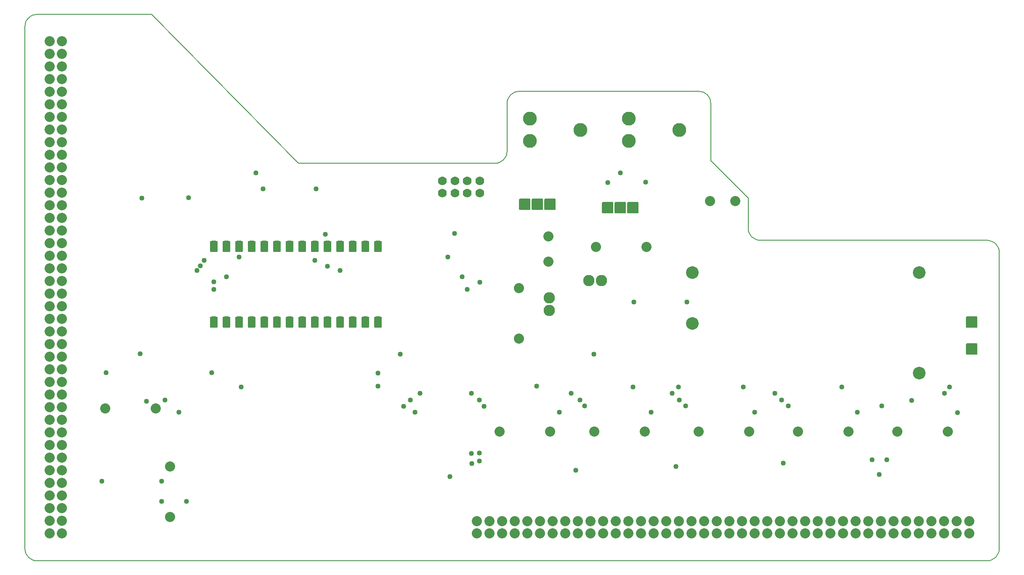
<source format=gbr>
G04 PROTEUS GERBER X2 FILE*
%TF.GenerationSoftware,Labcenter,Proteus,8.6-SP2-Build23525*%
%TF.CreationDate,2023-01-29T17:34:11+00:00*%
%TF.FileFunction,Soldermask,Bot*%
%TF.FilePolarity,Negative*%
%TF.Part,Single*%
%FSLAX45Y45*%
%MOMM*%
G01*
%TA.AperFunction,Material*%
%ADD73C,1.016000*%
%TA.AperFunction,Material*%
%ADD30C,2.032000*%
%AMPPAD025*
4,1,36,
0.762000,0.838200,
0.762000,-0.838200,
0.755940,-0.900520,
0.738490,-0.958160,
0.710770,-1.009980,
0.673890,-1.054890,
0.628980,-1.091760,
0.577160,-1.119480,
0.519520,-1.136930,
0.457200,-1.143000,
-0.457200,-1.143000,
-0.519520,-1.136930,
-0.577160,-1.119480,
-0.628980,-1.091760,
-0.673890,-1.054890,
-0.710770,-1.009980,
-0.738490,-0.958160,
-0.755940,-0.900520,
-0.762000,-0.838200,
-0.762000,0.838200,
-0.755940,0.900520,
-0.738490,0.958160,
-0.710770,1.009980,
-0.673890,1.054890,
-0.628980,1.091760,
-0.577160,1.119480,
-0.519520,1.136930,
-0.457200,1.143000,
0.457200,1.143000,
0.519520,1.136930,
0.577160,1.119480,
0.628980,1.091760,
0.673890,1.054890,
0.710770,1.009980,
0.738490,0.958160,
0.755940,0.900520,
0.762000,0.838200,
0*%
%TA.AperFunction,Material*%
%ADD31PPAD025*%
%AMPPAD030*
4,1,36,
-1.016000,1.143000,
1.016000,1.143000,
1.041970,1.140470,
1.065980,1.133200,
1.087580,1.121650,
1.106290,1.106290,
1.121650,1.087570,
1.133200,1.065980,
1.140470,1.041970,
1.143000,1.016000,
1.143000,-1.016000,
1.140470,-1.041970,
1.133200,-1.065980,
1.121650,-1.087570,
1.106290,-1.106290,
1.087580,-1.121650,
1.065980,-1.133200,
1.041970,-1.140470,
1.016000,-1.143000,
-1.016000,-1.143000,
-1.041970,-1.140470,
-1.065980,-1.133200,
-1.087580,-1.121650,
-1.106290,-1.106290,
-1.121650,-1.087570,
-1.133200,-1.065980,
-1.140470,-1.041970,
-1.143000,-1.016000,
-1.143000,1.016000,
-1.140470,1.041970,
-1.133200,1.065980,
-1.121650,1.087570,
-1.106290,1.106290,
-1.087580,1.121650,
-1.065980,1.133200,
-1.041970,1.140470,
-1.016000,1.143000,
0*%
%TA.AperFunction,Material*%
%ADD36PPAD030*%
%TA.AperFunction,Material*%
%ADD37C,2.540000*%
%TA.AperFunction,Material*%
%ADD38C,1.778000*%
%TA.AperFunction,Material*%
%ADD39C,2.794000*%
%TA.AperFunction,Material*%
%ADD40C,2.286000*%
%TA.AperFunction,Profile*%
%ADD25C,0.203200*%
%TD.AperFunction*%
D73*
X-8000000Y-5600000D03*
X-9200000Y-5600000D03*
X+334051Y-5374918D03*
X+2350000Y-5300000D03*
X+4502224Y-5232752D03*
X+7090000Y-3970000D03*
X+8010000Y-4220000D03*
X+6289287Y-5165746D03*
X+6586585Y-5164222D03*
X+6000000Y-4210000D03*
X+4468614Y-3964455D03*
X+4336349Y-3825198D03*
X+3933258Y-4210711D03*
X+2411447Y-3962708D03*
X+2274468Y-3826024D03*
X-2201233Y-5504834D03*
X+1845451Y-4209125D03*
X-1606369Y-5187061D03*
X-1610000Y-5030000D03*
X-1762096Y-5246236D03*
X-1767421Y-5041227D03*
X-1766719Y-3825321D03*
X+697161Y-3038265D03*
X+0Y-4210000D03*
X-1608035Y-3963997D03*
X-3201490Y-3042567D03*
X-7932415Y-3960705D03*
X-2998651Y-3964088D03*
X-2901481Y-4210373D03*
X-2799066Y-3827069D03*
X-8400000Y+100000D03*
X-8300158Y-3984869D03*
X+7750000Y-3830000D03*
X+6436682Y-5464077D03*
X+6483839Y-4083882D03*
X+4608378Y-4078798D03*
X+2540000Y-4080000D03*
X-3131825Y-4086829D03*
X+2400000Y-3700000D03*
X+5679679Y-3702008D03*
X+1479095Y-3701045D03*
X-4890903Y+285445D03*
X-5959645Y+283375D03*
X-3650000Y-3420000D03*
X-453291Y-3688191D03*
X-6400000Y-3700000D03*
X-7500000Y-6000000D03*
X-8000000Y-6000000D03*
X+7850695Y-3698774D03*
X+3700000Y-3700000D03*
X-7291831Y-1353165D03*
X-4408167Y-1352577D03*
X-4704503Y-625636D03*
X-2105843Y-613904D03*
X-2239292Y-1086541D03*
X-6445023Y-1083311D03*
X-1850000Y-1740000D03*
X-6953789Y-1738863D03*
X-1956907Y-1485201D03*
X-6698474Y-1485396D03*
X-6952416Y-1588546D03*
X-1600000Y-1590000D03*
X+1503296Y-1991979D03*
X+2570000Y-1990000D03*
X+1227405Y+610000D03*
X-6103790Y+610000D03*
X-3645663Y-3688291D03*
X-6995972Y-3417083D03*
X-9121140Y-3417083D03*
X-7223176Y-1263100D03*
X-4664763Y-1267950D03*
X-7145887Y-1156873D03*
X-4920339Y-1155785D03*
X-7650000Y-4210000D03*
X-8430872Y-3036405D03*
X-7460468Y+106759D03*
X+978935Y+414852D03*
X+1733390Y+423235D03*
X-1515637Y-4089760D03*
X+237864Y-3826128D03*
X+414834Y-3967701D03*
X+507307Y-4084578D03*
D30*
X-1661252Y-6400000D03*
X-1407252Y-6400000D03*
X-1153252Y-6400000D03*
X-899252Y-6400000D03*
X-645252Y-6400000D03*
X-391252Y-6400000D03*
X-137252Y-6400000D03*
X+116748Y-6400000D03*
X+370748Y-6400000D03*
X+624748Y-6400000D03*
X+878748Y-6400000D03*
X+1132748Y-6400000D03*
X+1386748Y-6400000D03*
X+1640748Y-6400000D03*
X+1894748Y-6400000D03*
X+2148748Y-6400000D03*
X+2402748Y-6400000D03*
X+2656748Y-6400000D03*
X+2910748Y-6400000D03*
X+3164748Y-6400000D03*
X+3418748Y-6400000D03*
X+3672748Y-6400000D03*
X+3926748Y-6400000D03*
X+4180748Y-6400000D03*
X+4434748Y-6400000D03*
X+4688748Y-6400000D03*
X+4942748Y-6400000D03*
X+5196748Y-6400000D03*
X+5450748Y-6400000D03*
X+5704748Y-6400000D03*
X+5958748Y-6400000D03*
X+6212748Y-6400000D03*
X+6466748Y-6400000D03*
X+6720748Y-6400000D03*
X+6974748Y-6400000D03*
X+7228748Y-6400000D03*
X+7482748Y-6400000D03*
X+7736748Y-6400000D03*
X+7990748Y-6400000D03*
X+8244748Y-6400000D03*
X+8244748Y-6650000D03*
X+7990748Y-6650000D03*
X+7736748Y-6650000D03*
X+7482748Y-6650000D03*
X+7228748Y-6650000D03*
X+6974748Y-6650000D03*
X+6720748Y-6650000D03*
X+6466748Y-6650000D03*
X+6212748Y-6650000D03*
X+5958748Y-6650000D03*
X+5704748Y-6650000D03*
X+5450748Y-6650000D03*
X+5196748Y-6650000D03*
X+4942748Y-6650000D03*
X+4688748Y-6650000D03*
X+4434748Y-6650000D03*
X+4180748Y-6650000D03*
X+3926748Y-6650000D03*
X+3672748Y-6650000D03*
X+3418748Y-6650000D03*
X+3164748Y-6650000D03*
X+2910748Y-6650000D03*
X+2656748Y-6650000D03*
X+2402748Y-6650000D03*
X+2148748Y-6650000D03*
X+1894748Y-6650000D03*
X+1640748Y-6650000D03*
X+1386748Y-6650000D03*
X+1132748Y-6650000D03*
X+878748Y-6650000D03*
X+624748Y-6650000D03*
X+370748Y-6650000D03*
X+116748Y-6650000D03*
X-137252Y-6650000D03*
X-391252Y-6650000D03*
X-645252Y-6650000D03*
X-899252Y-6650000D03*
X-1153252Y-6650000D03*
X-1407252Y-6650000D03*
X-1661252Y-6650000D03*
X-10005252Y+3256000D03*
X-10005252Y+3002000D03*
X-10005252Y+2748000D03*
X-10005252Y+2494000D03*
X-10005252Y+2240000D03*
X-10005252Y+1986000D03*
X-10005252Y+1732000D03*
X-10005252Y+1478000D03*
X-10005252Y+1224000D03*
X-10005252Y+970000D03*
X-10005252Y+716000D03*
X-10005252Y+462000D03*
X-10005252Y+208000D03*
X-10005252Y-46000D03*
X-10005252Y-300000D03*
X-10005252Y-554000D03*
X-10005252Y-808000D03*
X-10005252Y-1062000D03*
X-10005252Y-1316000D03*
X-10005252Y-1570000D03*
X-10005252Y-1824000D03*
X-10005252Y-2078000D03*
X-10005252Y-2332000D03*
X-10005252Y-2586000D03*
X-10005252Y-2840000D03*
X-10005252Y-3094000D03*
X-10005252Y-3348000D03*
X-10005252Y-3602000D03*
X-10005252Y-3856000D03*
X-10005252Y-4110000D03*
X-10005252Y-4364000D03*
X-10005252Y-4618000D03*
X-10005252Y-4872000D03*
X-10005252Y-5126000D03*
X-10005252Y-5380000D03*
X-10005252Y-5634000D03*
X-10005252Y-5888000D03*
X-10005252Y-6142000D03*
X-10005252Y-6396000D03*
X-10005252Y-6650000D03*
X-10255252Y-6650000D03*
X-10255252Y-6396000D03*
X-10255252Y-6142000D03*
X-10255252Y-5888000D03*
X-10255252Y-5634000D03*
X-10255252Y-5380000D03*
X-10255252Y-5126000D03*
X-10255252Y-4872000D03*
X-10255252Y-4618000D03*
X-10255252Y-4364000D03*
X-10255252Y-4110000D03*
X-10255252Y-3856000D03*
X-10255252Y-3602000D03*
X-10255252Y-3348000D03*
X-10255252Y-3094000D03*
X-10255252Y-2840000D03*
X-10255252Y-2586000D03*
X-10255252Y-2332000D03*
X-10255252Y-2078000D03*
X-10255252Y-1824000D03*
X-10255252Y-1570000D03*
X-10255252Y-1316000D03*
X-10255252Y-1062000D03*
X-10255252Y-808000D03*
X-10255252Y-554000D03*
X-10255252Y-300000D03*
X-10255252Y-46000D03*
X-10255252Y+208000D03*
X-10255252Y+462000D03*
X-10255252Y+716000D03*
X-10255252Y+970000D03*
X-10255252Y+1224000D03*
X-10255252Y+1478000D03*
X-10255252Y+1732000D03*
X-10255252Y+1986000D03*
X-10255252Y+2240000D03*
X-10255252Y+2494000D03*
X-10255252Y+2748000D03*
X-10255252Y+3002000D03*
X-10255252Y+3256000D03*
D31*
X-3650000Y-870000D03*
X-3904000Y-870000D03*
X-4158000Y-870000D03*
X-4412000Y-870000D03*
X-4666000Y-870000D03*
X-4920000Y-870000D03*
X-5174000Y-870000D03*
X-5428000Y-870000D03*
X-5682000Y-870000D03*
X-5936000Y-870000D03*
X-6190000Y-870000D03*
X-6444000Y-870000D03*
X-6698000Y-870000D03*
X-6952000Y-870000D03*
X-6952000Y-2394000D03*
X-6698000Y-2394000D03*
X-6444000Y-2394000D03*
X-6190000Y-2394000D03*
X-5936000Y-2394000D03*
X-5682000Y-2394000D03*
X-5428000Y-2394000D03*
X-5174000Y-2394000D03*
X-4920000Y-2394000D03*
X-4666000Y-2394000D03*
X-4412000Y-2394000D03*
X-4158000Y-2394000D03*
X-3904000Y-2394000D03*
X-3650000Y-2394000D03*
D30*
X-9130000Y-4130000D03*
X-8114000Y-4130000D03*
X-7830000Y-5298384D03*
X-7830000Y-6314384D03*
X-1200000Y-4600000D03*
X-184000Y-4600000D03*
X+700000Y-4600000D03*
X+1716000Y-4600000D03*
X+2800000Y-4600000D03*
X+3816000Y-4600000D03*
X+4800000Y-4600000D03*
X+5816000Y-4600000D03*
X+6800000Y-4600000D03*
X+7816000Y-4600000D03*
D36*
X-694000Y-30000D03*
X-440000Y-30000D03*
X-186000Y-30000D03*
X+975346Y-93346D03*
X+1229346Y-93346D03*
X+1483346Y-93346D03*
D30*
X-810654Y-2723346D03*
X-810654Y-1707346D03*
D36*
X+8300000Y-2400000D03*
X+8300000Y-2938265D03*
D37*
X+7240000Y-1400000D03*
X+7240000Y-3420000D03*
X+2680000Y-1400000D03*
X+2680000Y-2420000D03*
D38*
X-1600000Y+200000D03*
X-1850000Y+200000D03*
X-2100000Y+200000D03*
X-2350000Y+200000D03*
X-2100000Y+450000D03*
X-1850000Y+450000D03*
X-1600000Y+450000D03*
X-2350000Y+450000D03*
D39*
X-590000Y+1252000D03*
X-590000Y+1700000D03*
X+422000Y+1476000D03*
D30*
X+3030000Y+40000D03*
X+3538000Y+40000D03*
X-220000Y-670000D03*
X-220000Y-1178000D03*
X+1756000Y-880000D03*
X+740000Y-880000D03*
D40*
X-200000Y-2160000D03*
X-200000Y-1906000D03*
X+844000Y-1560000D03*
X+590000Y-1560000D03*
D39*
X+1400000Y+1252000D03*
X+1400000Y+1700000D03*
X+2412000Y+1476000D03*
D25*
X-10500000Y-7200000D02*
X-10551117Y-7195026D01*
X-10598389Y-7180713D01*
X-10640900Y-7157977D01*
X-10677734Y-7127734D01*
X-10707977Y-7090900D01*
X-10730713Y-7048389D01*
X-10745026Y-7001117D01*
X-10750000Y-6950000D01*
X-10750000Y+3550000D02*
X-10745026Y+3601117D01*
X-10730713Y+3648389D01*
X-10707977Y+3690900D01*
X-10677734Y+3727734D01*
X-10640900Y+3757977D01*
X-10598389Y+3780713D01*
X-10551117Y+3795026D01*
X-10500000Y+3800000D01*
X-5250000Y+800000D02*
X-8200000Y+3800000D01*
X+3800000Y+100000D02*
X+3050000Y+850000D01*
X-1300000Y+800000D02*
X-1248883Y+804974D01*
X-1201611Y+819287D01*
X-1159100Y+842023D01*
X-1122266Y+872266D01*
X-1092023Y+909100D01*
X-1069287Y+951611D01*
X-1054974Y+998883D01*
X-1050000Y+1050000D01*
X-1050000Y+2000000D02*
X-1045026Y+2051117D01*
X-1030713Y+2098389D01*
X-1007977Y+2140900D01*
X-977734Y+2177734D01*
X-940900Y+2207977D01*
X-898389Y+2230713D01*
X-851117Y+2245026D01*
X-800000Y+2250000D01*
X+2800000Y+2250000D02*
X+2851117Y+2245026D01*
X+2898389Y+2230713D01*
X+2940900Y+2207977D01*
X+2977734Y+2177734D01*
X+3007977Y+2140900D01*
X+3030713Y+2098389D01*
X+3045026Y+2051117D01*
X+3050000Y+2000000D01*
X+4050000Y-750000D02*
X+3998883Y-745026D01*
X+3951611Y-730713D01*
X+3909100Y-707977D01*
X+3872266Y-677734D01*
X+3842023Y-640900D01*
X+3819287Y-598389D01*
X+3804974Y-551117D01*
X+3800000Y-500000D01*
X+8600000Y-750000D02*
X+8651117Y-754974D01*
X+8698389Y-769287D01*
X+8740900Y-792023D01*
X+8777734Y-822266D01*
X+8807977Y-859100D01*
X+8830713Y-901611D01*
X+8845026Y-948883D01*
X+8850000Y-1000000D01*
X+8600000Y-7200000D02*
X+8651117Y-7195026D01*
X+8698389Y-7180713D01*
X+8740900Y-7157977D01*
X+8777734Y-7127734D01*
X+8807977Y-7090900D01*
X+8830713Y-7048389D01*
X+8845026Y-7001117D01*
X+8850000Y-6950000D01*
X-800000Y+2250000D02*
X+2800000Y+2250000D01*
X-1050000Y+2000000D02*
X-1050000Y+1050000D01*
X-1300000Y+800000D02*
X-5250000Y+800000D01*
X+3050000Y+850000D02*
X+3050000Y+2000000D01*
X+3800000Y-500000D02*
X+3800000Y+100000D01*
X+4050000Y-750000D02*
X+8600000Y-750000D01*
X+8850000Y-6950000D02*
X+8850000Y-1000000D01*
X+8600000Y-7200000D02*
X-10500000Y-7200000D01*
X-10750000Y-6950000D02*
X-10750000Y+3550000D01*
X-10500000Y+3800000D02*
X-8200000Y+3800000D01*
M02*

</source>
